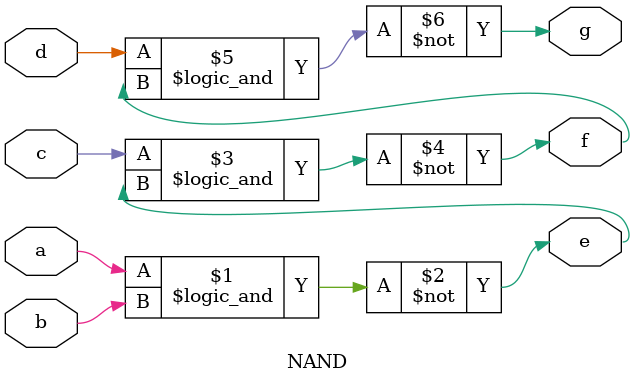
<source format=v>
`timescale 1ns / 1ps

module NAND(
    input a,
    input b,
    input c,
    input d,
    output e,
    output f,
    output g
    );
    
assign e = ~(a&&b);
assign f = ~(c&&e);
assign g = ~(d&&f);
    
endmodule

</source>
